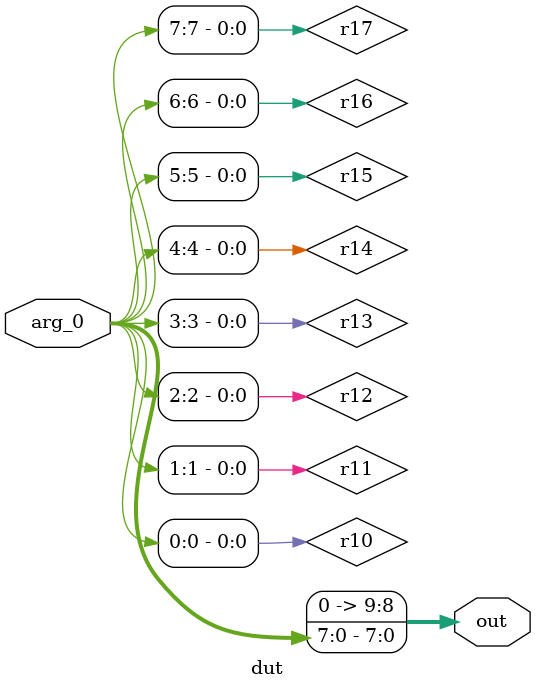
<source format=v>
module testbench();
    wire [9:0] out;
    reg [7:0] arg_0;
    dut t (.out(out),.arg_0(arg_0));
    initial begin
        arg_0 = 8'b00000000;
        #0;
        if (10'b0000000000 !== out) begin
            $display("ASSERTION FAILED 0x%0h !== 0x%0h CASE 0", 10'b0000000000, out);
            $finish;
        end
        arg_0 = 8'b00000001;
        #0;
        if (10'b0000000001 !== out) begin
            $display("ASSERTION FAILED 0x%0h !== 0x%0h CASE 1", 10'b0000000001, out);
            $finish;
        end
        arg_0 = 8'b00000010;
        #0;
        if (10'b0000000010 !== out) begin
            $display("ASSERTION FAILED 0x%0h !== 0x%0h CASE 2", 10'b0000000010, out);
            $finish;
        end
        arg_0 = 8'b00000011;
        #0;
        if (10'b0000000011 !== out) begin
            $display("ASSERTION FAILED 0x%0h !== 0x%0h CASE 3", 10'b0000000011, out);
            $finish;
        end
        arg_0 = 8'b00000100;
        #0;
        if (10'b0000000100 !== out) begin
            $display("ASSERTION FAILED 0x%0h !== 0x%0h CASE 4", 10'b0000000100, out);
            $finish;
        end
        arg_0 = 8'b00000101;
        #0;
        if (10'b0000000101 !== out) begin
            $display("ASSERTION FAILED 0x%0h !== 0x%0h CASE 5", 10'b0000000101, out);
            $finish;
        end
        arg_0 = 8'b00000110;
        #0;
        if (10'b0000000110 !== out) begin
            $display("ASSERTION FAILED 0x%0h !== 0x%0h CASE 6", 10'b0000000110, out);
            $finish;
        end
        arg_0 = 8'b00000111;
        #0;
        if (10'b0000000111 !== out) begin
            $display("ASSERTION FAILED 0x%0h !== 0x%0h CASE 7", 10'b0000000111, out);
            $finish;
        end
        arg_0 = 8'b00001000;
        #0;
        if (10'b0000001000 !== out) begin
            $display("ASSERTION FAILED 0x%0h !== 0x%0h CASE 8", 10'b0000001000, out);
            $finish;
        end
        arg_0 = 8'b00001001;
        #0;
        if (10'b0000001001 !== out) begin
            $display("ASSERTION FAILED 0x%0h !== 0x%0h CASE 9", 10'b0000001001, out);
            $finish;
        end
        arg_0 = 8'b00001010;
        #0;
        if (10'b0000001010 !== out) begin
            $display("ASSERTION FAILED 0x%0h !== 0x%0h CASE 10", 10'b0000001010, out);
            $finish;
        end
        arg_0 = 8'b00001011;
        #0;
        if (10'b0000001011 !== out) begin
            $display("ASSERTION FAILED 0x%0h !== 0x%0h CASE 11", 10'b0000001011, out);
            $finish;
        end
        arg_0 = 8'b00001100;
        #0;
        if (10'b0000001100 !== out) begin
            $display("ASSERTION FAILED 0x%0h !== 0x%0h CASE 12", 10'b0000001100, out);
            $finish;
        end
        arg_0 = 8'b00001101;
        #0;
        if (10'b0000001101 !== out) begin
            $display("ASSERTION FAILED 0x%0h !== 0x%0h CASE 13", 10'b0000001101, out);
            $finish;
        end
        arg_0 = 8'b00001110;
        #0;
        if (10'b0000001110 !== out) begin
            $display("ASSERTION FAILED 0x%0h !== 0x%0h CASE 14", 10'b0000001110, out);
            $finish;
        end
        arg_0 = 8'b00001111;
        #0;
        if (10'b0000001111 !== out) begin
            $display("ASSERTION FAILED 0x%0h !== 0x%0h CASE 15", 10'b0000001111, out);
            $finish;
        end
        arg_0 = 8'b00010000;
        #0;
        if (10'b0000010000 !== out) begin
            $display("ASSERTION FAILED 0x%0h !== 0x%0h CASE 16", 10'b0000010000, out);
            $finish;
        end
        arg_0 = 8'b00010001;
        #0;
        if (10'b0000010001 !== out) begin
            $display("ASSERTION FAILED 0x%0h !== 0x%0h CASE 17", 10'b0000010001, out);
            $finish;
        end
        arg_0 = 8'b00010010;
        #0;
        if (10'b0000010010 !== out) begin
            $display("ASSERTION FAILED 0x%0h !== 0x%0h CASE 18", 10'b0000010010, out);
            $finish;
        end
        arg_0 = 8'b00010011;
        #0;
        if (10'b0000010011 !== out) begin
            $display("ASSERTION FAILED 0x%0h !== 0x%0h CASE 19", 10'b0000010011, out);
            $finish;
        end
        arg_0 = 8'b00010100;
        #0;
        if (10'b0000010100 !== out) begin
            $display("ASSERTION FAILED 0x%0h !== 0x%0h CASE 20", 10'b0000010100, out);
            $finish;
        end
        arg_0 = 8'b00010101;
        #0;
        if (10'b0000010101 !== out) begin
            $display("ASSERTION FAILED 0x%0h !== 0x%0h CASE 21", 10'b0000010101, out);
            $finish;
        end
        arg_0 = 8'b00010110;
        #0;
        if (10'b0000010110 !== out) begin
            $display("ASSERTION FAILED 0x%0h !== 0x%0h CASE 22", 10'b0000010110, out);
            $finish;
        end
        arg_0 = 8'b00010111;
        #0;
        if (10'b0000010111 !== out) begin
            $display("ASSERTION FAILED 0x%0h !== 0x%0h CASE 23", 10'b0000010111, out);
            $finish;
        end
        arg_0 = 8'b00011000;
        #0;
        if (10'b0000011000 !== out) begin
            $display("ASSERTION FAILED 0x%0h !== 0x%0h CASE 24", 10'b0000011000, out);
            $finish;
        end
        arg_0 = 8'b00011001;
        #0;
        if (10'b0000011001 !== out) begin
            $display("ASSERTION FAILED 0x%0h !== 0x%0h CASE 25", 10'b0000011001, out);
            $finish;
        end
        arg_0 = 8'b00011010;
        #0;
        if (10'b0000011010 !== out) begin
            $display("ASSERTION FAILED 0x%0h !== 0x%0h CASE 26", 10'b0000011010, out);
            $finish;
        end
        arg_0 = 8'b00011011;
        #0;
        if (10'b0000011011 !== out) begin
            $display("ASSERTION FAILED 0x%0h !== 0x%0h CASE 27", 10'b0000011011, out);
            $finish;
        end
        arg_0 = 8'b00011100;
        #0;
        if (10'b0000011100 !== out) begin
            $display("ASSERTION FAILED 0x%0h !== 0x%0h CASE 28", 10'b0000011100, out);
            $finish;
        end
        arg_0 = 8'b00011101;
        #0;
        if (10'b0000011101 !== out) begin
            $display("ASSERTION FAILED 0x%0h !== 0x%0h CASE 29", 10'b0000011101, out);
            $finish;
        end
        arg_0 = 8'b00011110;
        #0;
        if (10'b0000011110 !== out) begin
            $display("ASSERTION FAILED 0x%0h !== 0x%0h CASE 30", 10'b0000011110, out);
            $finish;
        end
        arg_0 = 8'b00011111;
        #0;
        if (10'b0000011111 !== out) begin
            $display("ASSERTION FAILED 0x%0h !== 0x%0h CASE 31", 10'b0000011111, out);
            $finish;
        end
        arg_0 = 8'b00100000;
        #0;
        if (10'b0000100000 !== out) begin
            $display("ASSERTION FAILED 0x%0h !== 0x%0h CASE 32", 10'b0000100000, out);
            $finish;
        end
        arg_0 = 8'b00100001;
        #0;
        if (10'b0000100001 !== out) begin
            $display("ASSERTION FAILED 0x%0h !== 0x%0h CASE 33", 10'b0000100001, out);
            $finish;
        end
        arg_0 = 8'b00100010;
        #0;
        if (10'b0000100010 !== out) begin
            $display("ASSERTION FAILED 0x%0h !== 0x%0h CASE 34", 10'b0000100010, out);
            $finish;
        end
        arg_0 = 8'b00100011;
        #0;
        if (10'b0000100011 !== out) begin
            $display("ASSERTION FAILED 0x%0h !== 0x%0h CASE 35", 10'b0000100011, out);
            $finish;
        end
        arg_0 = 8'b00100100;
        #0;
        if (10'b0000100100 !== out) begin
            $display("ASSERTION FAILED 0x%0h !== 0x%0h CASE 36", 10'b0000100100, out);
            $finish;
        end
        arg_0 = 8'b00100101;
        #0;
        if (10'b0000100101 !== out) begin
            $display("ASSERTION FAILED 0x%0h !== 0x%0h CASE 37", 10'b0000100101, out);
            $finish;
        end
        arg_0 = 8'b00100110;
        #0;
        if (10'b0000100110 !== out) begin
            $display("ASSERTION FAILED 0x%0h !== 0x%0h CASE 38", 10'b0000100110, out);
            $finish;
        end
        arg_0 = 8'b00100111;
        #0;
        if (10'b0000100111 !== out) begin
            $display("ASSERTION FAILED 0x%0h !== 0x%0h CASE 39", 10'b0000100111, out);
            $finish;
        end
        arg_0 = 8'b00101000;
        #0;
        if (10'b0000101000 !== out) begin
            $display("ASSERTION FAILED 0x%0h !== 0x%0h CASE 40", 10'b0000101000, out);
            $finish;
        end
        arg_0 = 8'b00101001;
        #0;
        if (10'b0000101001 !== out) begin
            $display("ASSERTION FAILED 0x%0h !== 0x%0h CASE 41", 10'b0000101001, out);
            $finish;
        end
        arg_0 = 8'b00101010;
        #0;
        if (10'b0000101010 !== out) begin
            $display("ASSERTION FAILED 0x%0h !== 0x%0h CASE 42", 10'b0000101010, out);
            $finish;
        end
        arg_0 = 8'b00101011;
        #0;
        if (10'b0000101011 !== out) begin
            $display("ASSERTION FAILED 0x%0h !== 0x%0h CASE 43", 10'b0000101011, out);
            $finish;
        end
        arg_0 = 8'b00101100;
        #0;
        if (10'b0000101100 !== out) begin
            $display("ASSERTION FAILED 0x%0h !== 0x%0h CASE 44", 10'b0000101100, out);
            $finish;
        end
        arg_0 = 8'b00101101;
        #0;
        if (10'b0000101101 !== out) begin
            $display("ASSERTION FAILED 0x%0h !== 0x%0h CASE 45", 10'b0000101101, out);
            $finish;
        end
        arg_0 = 8'b00101110;
        #0;
        if (10'b0000101110 !== out) begin
            $display("ASSERTION FAILED 0x%0h !== 0x%0h CASE 46", 10'b0000101110, out);
            $finish;
        end
        arg_0 = 8'b00101111;
        #0;
        if (10'b0000101111 !== out) begin
            $display("ASSERTION FAILED 0x%0h !== 0x%0h CASE 47", 10'b0000101111, out);
            $finish;
        end
        arg_0 = 8'b00110000;
        #0;
        if (10'b0000110000 !== out) begin
            $display("ASSERTION FAILED 0x%0h !== 0x%0h CASE 48", 10'b0000110000, out);
            $finish;
        end
        arg_0 = 8'b00110001;
        #0;
        if (10'b0000110001 !== out) begin
            $display("ASSERTION FAILED 0x%0h !== 0x%0h CASE 49", 10'b0000110001, out);
            $finish;
        end
        arg_0 = 8'b00110010;
        #0;
        if (10'b0000110010 !== out) begin
            $display("ASSERTION FAILED 0x%0h !== 0x%0h CASE 50", 10'b0000110010, out);
            $finish;
        end
        arg_0 = 8'b00110011;
        #0;
        if (10'b0000110011 !== out) begin
            $display("ASSERTION FAILED 0x%0h !== 0x%0h CASE 51", 10'b0000110011, out);
            $finish;
        end
        arg_0 = 8'b00110100;
        #0;
        if (10'b0000110100 !== out) begin
            $display("ASSERTION FAILED 0x%0h !== 0x%0h CASE 52", 10'b0000110100, out);
            $finish;
        end
        arg_0 = 8'b00110101;
        #0;
        if (10'b0000110101 !== out) begin
            $display("ASSERTION FAILED 0x%0h !== 0x%0h CASE 53", 10'b0000110101, out);
            $finish;
        end
        arg_0 = 8'b00110110;
        #0;
        if (10'b0000110110 !== out) begin
            $display("ASSERTION FAILED 0x%0h !== 0x%0h CASE 54", 10'b0000110110, out);
            $finish;
        end
        arg_0 = 8'b00110111;
        #0;
        if (10'b0000110111 !== out) begin
            $display("ASSERTION FAILED 0x%0h !== 0x%0h CASE 55", 10'b0000110111, out);
            $finish;
        end
        arg_0 = 8'b00111000;
        #0;
        if (10'b0000111000 !== out) begin
            $display("ASSERTION FAILED 0x%0h !== 0x%0h CASE 56", 10'b0000111000, out);
            $finish;
        end
        arg_0 = 8'b00111001;
        #0;
        if (10'b0000111001 !== out) begin
            $display("ASSERTION FAILED 0x%0h !== 0x%0h CASE 57", 10'b0000111001, out);
            $finish;
        end
        arg_0 = 8'b00111010;
        #0;
        if (10'b0000111010 !== out) begin
            $display("ASSERTION FAILED 0x%0h !== 0x%0h CASE 58", 10'b0000111010, out);
            $finish;
        end
        arg_0 = 8'b00111011;
        #0;
        if (10'b0000111011 !== out) begin
            $display("ASSERTION FAILED 0x%0h !== 0x%0h CASE 59", 10'b0000111011, out);
            $finish;
        end
        arg_0 = 8'b00111100;
        #0;
        if (10'b0000111100 !== out) begin
            $display("ASSERTION FAILED 0x%0h !== 0x%0h CASE 60", 10'b0000111100, out);
            $finish;
        end
        arg_0 = 8'b00111101;
        #0;
        if (10'b0000111101 !== out) begin
            $display("ASSERTION FAILED 0x%0h !== 0x%0h CASE 61", 10'b0000111101, out);
            $finish;
        end
        arg_0 = 8'b00111110;
        #0;
        if (10'b0000111110 !== out) begin
            $display("ASSERTION FAILED 0x%0h !== 0x%0h CASE 62", 10'b0000111110, out);
            $finish;
        end
        arg_0 = 8'b00111111;
        #0;
        if (10'b0000111111 !== out) begin
            $display("ASSERTION FAILED 0x%0h !== 0x%0h CASE 63", 10'b0000111111, out);
            $finish;
        end
        arg_0 = 8'b01000000;
        #0;
        if (10'b0001000000 !== out) begin
            $display("ASSERTION FAILED 0x%0h !== 0x%0h CASE 64", 10'b0001000000, out);
            $finish;
        end
        arg_0 = 8'b01000001;
        #0;
        if (10'b0001000001 !== out) begin
            $display("ASSERTION FAILED 0x%0h !== 0x%0h CASE 65", 10'b0001000001, out);
            $finish;
        end
        arg_0 = 8'b01000010;
        #0;
        if (10'b0001000010 !== out) begin
            $display("ASSERTION FAILED 0x%0h !== 0x%0h CASE 66", 10'b0001000010, out);
            $finish;
        end
        arg_0 = 8'b01000011;
        #0;
        if (10'b0001000011 !== out) begin
            $display("ASSERTION FAILED 0x%0h !== 0x%0h CASE 67", 10'b0001000011, out);
            $finish;
        end
        arg_0 = 8'b01000100;
        #0;
        if (10'b0001000100 !== out) begin
            $display("ASSERTION FAILED 0x%0h !== 0x%0h CASE 68", 10'b0001000100, out);
            $finish;
        end
        arg_0 = 8'b01000101;
        #0;
        if (10'b0001000101 !== out) begin
            $display("ASSERTION FAILED 0x%0h !== 0x%0h CASE 69", 10'b0001000101, out);
            $finish;
        end
        arg_0 = 8'b01000110;
        #0;
        if (10'b0001000110 !== out) begin
            $display("ASSERTION FAILED 0x%0h !== 0x%0h CASE 70", 10'b0001000110, out);
            $finish;
        end
        arg_0 = 8'b01000111;
        #0;
        if (10'b0001000111 !== out) begin
            $display("ASSERTION FAILED 0x%0h !== 0x%0h CASE 71", 10'b0001000111, out);
            $finish;
        end
        arg_0 = 8'b01001000;
        #0;
        if (10'b0001001000 !== out) begin
            $display("ASSERTION FAILED 0x%0h !== 0x%0h CASE 72", 10'b0001001000, out);
            $finish;
        end
        arg_0 = 8'b01001001;
        #0;
        if (10'b0001001001 !== out) begin
            $display("ASSERTION FAILED 0x%0h !== 0x%0h CASE 73", 10'b0001001001, out);
            $finish;
        end
        arg_0 = 8'b01001010;
        #0;
        if (10'b0001001010 !== out) begin
            $display("ASSERTION FAILED 0x%0h !== 0x%0h CASE 74", 10'b0001001010, out);
            $finish;
        end
        arg_0 = 8'b01001011;
        #0;
        if (10'b0001001011 !== out) begin
            $display("ASSERTION FAILED 0x%0h !== 0x%0h CASE 75", 10'b0001001011, out);
            $finish;
        end
        arg_0 = 8'b01001100;
        #0;
        if (10'b0001001100 !== out) begin
            $display("ASSERTION FAILED 0x%0h !== 0x%0h CASE 76", 10'b0001001100, out);
            $finish;
        end
        arg_0 = 8'b01001101;
        #0;
        if (10'b0001001101 !== out) begin
            $display("ASSERTION FAILED 0x%0h !== 0x%0h CASE 77", 10'b0001001101, out);
            $finish;
        end
        arg_0 = 8'b01001110;
        #0;
        if (10'b0001001110 !== out) begin
            $display("ASSERTION FAILED 0x%0h !== 0x%0h CASE 78", 10'b0001001110, out);
            $finish;
        end
        arg_0 = 8'b01001111;
        #0;
        if (10'b0001001111 !== out) begin
            $display("ASSERTION FAILED 0x%0h !== 0x%0h CASE 79", 10'b0001001111, out);
            $finish;
        end
        arg_0 = 8'b01010000;
        #0;
        if (10'b0001010000 !== out) begin
            $display("ASSERTION FAILED 0x%0h !== 0x%0h CASE 80", 10'b0001010000, out);
            $finish;
        end
        arg_0 = 8'b01010001;
        #0;
        if (10'b0001010001 !== out) begin
            $display("ASSERTION FAILED 0x%0h !== 0x%0h CASE 81", 10'b0001010001, out);
            $finish;
        end
        arg_0 = 8'b01010010;
        #0;
        if (10'b0001010010 !== out) begin
            $display("ASSERTION FAILED 0x%0h !== 0x%0h CASE 82", 10'b0001010010, out);
            $finish;
        end
        arg_0 = 8'b01010011;
        #0;
        if (10'b0001010011 !== out) begin
            $display("ASSERTION FAILED 0x%0h !== 0x%0h CASE 83", 10'b0001010011, out);
            $finish;
        end
        arg_0 = 8'b01010100;
        #0;
        if (10'b0001010100 !== out) begin
            $display("ASSERTION FAILED 0x%0h !== 0x%0h CASE 84", 10'b0001010100, out);
            $finish;
        end
        arg_0 = 8'b01010101;
        #0;
        if (10'b0001010101 !== out) begin
            $display("ASSERTION FAILED 0x%0h !== 0x%0h CASE 85", 10'b0001010101, out);
            $finish;
        end
        arg_0 = 8'b01010110;
        #0;
        if (10'b0001010110 !== out) begin
            $display("ASSERTION FAILED 0x%0h !== 0x%0h CASE 86", 10'b0001010110, out);
            $finish;
        end
        arg_0 = 8'b01010111;
        #0;
        if (10'b0001010111 !== out) begin
            $display("ASSERTION FAILED 0x%0h !== 0x%0h CASE 87", 10'b0001010111, out);
            $finish;
        end
        arg_0 = 8'b01011000;
        #0;
        if (10'b0001011000 !== out) begin
            $display("ASSERTION FAILED 0x%0h !== 0x%0h CASE 88", 10'b0001011000, out);
            $finish;
        end
        arg_0 = 8'b01011001;
        #0;
        if (10'b0001011001 !== out) begin
            $display("ASSERTION FAILED 0x%0h !== 0x%0h CASE 89", 10'b0001011001, out);
            $finish;
        end
        arg_0 = 8'b01011010;
        #0;
        if (10'b0001011010 !== out) begin
            $display("ASSERTION FAILED 0x%0h !== 0x%0h CASE 90", 10'b0001011010, out);
            $finish;
        end
        arg_0 = 8'b01011011;
        #0;
        if (10'b0001011011 !== out) begin
            $display("ASSERTION FAILED 0x%0h !== 0x%0h CASE 91", 10'b0001011011, out);
            $finish;
        end
        arg_0 = 8'b01011100;
        #0;
        if (10'b0001011100 !== out) begin
            $display("ASSERTION FAILED 0x%0h !== 0x%0h CASE 92", 10'b0001011100, out);
            $finish;
        end
        arg_0 = 8'b01011101;
        #0;
        if (10'b0001011101 !== out) begin
            $display("ASSERTION FAILED 0x%0h !== 0x%0h CASE 93", 10'b0001011101, out);
            $finish;
        end
        arg_0 = 8'b01011110;
        #0;
        if (10'b0001011110 !== out) begin
            $display("ASSERTION FAILED 0x%0h !== 0x%0h CASE 94", 10'b0001011110, out);
            $finish;
        end
        arg_0 = 8'b01011111;
        #0;
        if (10'b0001011111 !== out) begin
            $display("ASSERTION FAILED 0x%0h !== 0x%0h CASE 95", 10'b0001011111, out);
            $finish;
        end
        arg_0 = 8'b01100000;
        #0;
        if (10'b0001100000 !== out) begin
            $display("ASSERTION FAILED 0x%0h !== 0x%0h CASE 96", 10'b0001100000, out);
            $finish;
        end
        arg_0 = 8'b01100001;
        #0;
        if (10'b0001100001 !== out) begin
            $display("ASSERTION FAILED 0x%0h !== 0x%0h CASE 97", 10'b0001100001, out);
            $finish;
        end
        arg_0 = 8'b01100010;
        #0;
        if (10'b0001100010 !== out) begin
            $display("ASSERTION FAILED 0x%0h !== 0x%0h CASE 98", 10'b0001100010, out);
            $finish;
        end
        arg_0 = 8'b01100011;
        #0;
        if (10'b0001100011 !== out) begin
            $display("ASSERTION FAILED 0x%0h !== 0x%0h CASE 99", 10'b0001100011, out);
            $finish;
        end
        arg_0 = 8'b01100100;
        #0;
        if (10'b0001100100 !== out) begin
            $display("ASSERTION FAILED 0x%0h !== 0x%0h CASE 100", 10'b0001100100, out);
            $finish;
        end
        arg_0 = 8'b01100101;
        #0;
        if (10'b0001100101 !== out) begin
            $display("ASSERTION FAILED 0x%0h !== 0x%0h CASE 101", 10'b0001100101, out);
            $finish;
        end
        arg_0 = 8'b01100110;
        #0;
        if (10'b0001100110 !== out) begin
            $display("ASSERTION FAILED 0x%0h !== 0x%0h CASE 102", 10'b0001100110, out);
            $finish;
        end
        arg_0 = 8'b01100111;
        #0;
        if (10'b0001100111 !== out) begin
            $display("ASSERTION FAILED 0x%0h !== 0x%0h CASE 103", 10'b0001100111, out);
            $finish;
        end
        arg_0 = 8'b01101000;
        #0;
        if (10'b0001101000 !== out) begin
            $display("ASSERTION FAILED 0x%0h !== 0x%0h CASE 104", 10'b0001101000, out);
            $finish;
        end
        arg_0 = 8'b01101001;
        #0;
        if (10'b0001101001 !== out) begin
            $display("ASSERTION FAILED 0x%0h !== 0x%0h CASE 105", 10'b0001101001, out);
            $finish;
        end
        arg_0 = 8'b01101010;
        #0;
        if (10'b0001101010 !== out) begin
            $display("ASSERTION FAILED 0x%0h !== 0x%0h CASE 106", 10'b0001101010, out);
            $finish;
        end
        arg_0 = 8'b01101011;
        #0;
        if (10'b0001101011 !== out) begin
            $display("ASSERTION FAILED 0x%0h !== 0x%0h CASE 107", 10'b0001101011, out);
            $finish;
        end
        arg_0 = 8'b01101100;
        #0;
        if (10'b0001101100 !== out) begin
            $display("ASSERTION FAILED 0x%0h !== 0x%0h CASE 108", 10'b0001101100, out);
            $finish;
        end
        arg_0 = 8'b01101101;
        #0;
        if (10'b0001101101 !== out) begin
            $display("ASSERTION FAILED 0x%0h !== 0x%0h CASE 109", 10'b0001101101, out);
            $finish;
        end
        arg_0 = 8'b01101110;
        #0;
        if (10'b0001101110 !== out) begin
            $display("ASSERTION FAILED 0x%0h !== 0x%0h CASE 110", 10'b0001101110, out);
            $finish;
        end
        arg_0 = 8'b01101111;
        #0;
        if (10'b0001101111 !== out) begin
            $display("ASSERTION FAILED 0x%0h !== 0x%0h CASE 111", 10'b0001101111, out);
            $finish;
        end
        arg_0 = 8'b01110000;
        #0;
        if (10'b0001110000 !== out) begin
            $display("ASSERTION FAILED 0x%0h !== 0x%0h CASE 112", 10'b0001110000, out);
            $finish;
        end
        arg_0 = 8'b01110001;
        #0;
        if (10'b0001110001 !== out) begin
            $display("ASSERTION FAILED 0x%0h !== 0x%0h CASE 113", 10'b0001110001, out);
            $finish;
        end
        arg_0 = 8'b01110010;
        #0;
        if (10'b0001110010 !== out) begin
            $display("ASSERTION FAILED 0x%0h !== 0x%0h CASE 114", 10'b0001110010, out);
            $finish;
        end
        arg_0 = 8'b01110011;
        #0;
        if (10'b0001110011 !== out) begin
            $display("ASSERTION FAILED 0x%0h !== 0x%0h CASE 115", 10'b0001110011, out);
            $finish;
        end
        arg_0 = 8'b01110100;
        #0;
        if (10'b0001110100 !== out) begin
            $display("ASSERTION FAILED 0x%0h !== 0x%0h CASE 116", 10'b0001110100, out);
            $finish;
        end
        arg_0 = 8'b01110101;
        #0;
        if (10'b0001110101 !== out) begin
            $display("ASSERTION FAILED 0x%0h !== 0x%0h CASE 117", 10'b0001110101, out);
            $finish;
        end
        arg_0 = 8'b01110110;
        #0;
        if (10'b0001110110 !== out) begin
            $display("ASSERTION FAILED 0x%0h !== 0x%0h CASE 118", 10'b0001110110, out);
            $finish;
        end
        arg_0 = 8'b01110111;
        #0;
        if (10'b0001110111 !== out) begin
            $display("ASSERTION FAILED 0x%0h !== 0x%0h CASE 119", 10'b0001110111, out);
            $finish;
        end
        arg_0 = 8'b01111000;
        #0;
        if (10'b0001111000 !== out) begin
            $display("ASSERTION FAILED 0x%0h !== 0x%0h CASE 120", 10'b0001111000, out);
            $finish;
        end
        arg_0 = 8'b01111001;
        #0;
        if (10'b0001111001 !== out) begin
            $display("ASSERTION FAILED 0x%0h !== 0x%0h CASE 121", 10'b0001111001, out);
            $finish;
        end
        arg_0 = 8'b01111010;
        #0;
        if (10'b0001111010 !== out) begin
            $display("ASSERTION FAILED 0x%0h !== 0x%0h CASE 122", 10'b0001111010, out);
            $finish;
        end
        arg_0 = 8'b01111011;
        #0;
        if (10'b0001111011 !== out) begin
            $display("ASSERTION FAILED 0x%0h !== 0x%0h CASE 123", 10'b0001111011, out);
            $finish;
        end
        arg_0 = 8'b01111100;
        #0;
        if (10'b0001111100 !== out) begin
            $display("ASSERTION FAILED 0x%0h !== 0x%0h CASE 124", 10'b0001111100, out);
            $finish;
        end
        arg_0 = 8'b01111101;
        #0;
        if (10'b0001111101 !== out) begin
            $display("ASSERTION FAILED 0x%0h !== 0x%0h CASE 125", 10'b0001111101, out);
            $finish;
        end
        arg_0 = 8'b01111110;
        #0;
        if (10'b0001111110 !== out) begin
            $display("ASSERTION FAILED 0x%0h !== 0x%0h CASE 126", 10'b0001111110, out);
            $finish;
        end
        arg_0 = 8'b01111111;
        #0;
        if (10'b0001111111 !== out) begin
            $display("ASSERTION FAILED 0x%0h !== 0x%0h CASE 127", 10'b0001111111, out);
            $finish;
        end
        arg_0 = 8'b10000000;
        #0;
        if (10'b0010000000 !== out) begin
            $display("ASSERTION FAILED 0x%0h !== 0x%0h CASE 128", 10'b0010000000, out);
            $finish;
        end
        arg_0 = 8'b10000001;
        #0;
        if (10'b0010000001 !== out) begin
            $display("ASSERTION FAILED 0x%0h !== 0x%0h CASE 129", 10'b0010000001, out);
            $finish;
        end
        arg_0 = 8'b10000010;
        #0;
        if (10'b0010000010 !== out) begin
            $display("ASSERTION FAILED 0x%0h !== 0x%0h CASE 130", 10'b0010000010, out);
            $finish;
        end
        arg_0 = 8'b10000011;
        #0;
        if (10'b0010000011 !== out) begin
            $display("ASSERTION FAILED 0x%0h !== 0x%0h CASE 131", 10'b0010000011, out);
            $finish;
        end
        arg_0 = 8'b10000100;
        #0;
        if (10'b0010000100 !== out) begin
            $display("ASSERTION FAILED 0x%0h !== 0x%0h CASE 132", 10'b0010000100, out);
            $finish;
        end
        arg_0 = 8'b10000101;
        #0;
        if (10'b0010000101 !== out) begin
            $display("ASSERTION FAILED 0x%0h !== 0x%0h CASE 133", 10'b0010000101, out);
            $finish;
        end
        arg_0 = 8'b10000110;
        #0;
        if (10'b0010000110 !== out) begin
            $display("ASSERTION FAILED 0x%0h !== 0x%0h CASE 134", 10'b0010000110, out);
            $finish;
        end
        arg_0 = 8'b10000111;
        #0;
        if (10'b0010000111 !== out) begin
            $display("ASSERTION FAILED 0x%0h !== 0x%0h CASE 135", 10'b0010000111, out);
            $finish;
        end
        arg_0 = 8'b10001000;
        #0;
        if (10'b0010001000 !== out) begin
            $display("ASSERTION FAILED 0x%0h !== 0x%0h CASE 136", 10'b0010001000, out);
            $finish;
        end
        arg_0 = 8'b10001001;
        #0;
        if (10'b0010001001 !== out) begin
            $display("ASSERTION FAILED 0x%0h !== 0x%0h CASE 137", 10'b0010001001, out);
            $finish;
        end
        arg_0 = 8'b10001010;
        #0;
        if (10'b0010001010 !== out) begin
            $display("ASSERTION FAILED 0x%0h !== 0x%0h CASE 138", 10'b0010001010, out);
            $finish;
        end
        arg_0 = 8'b10001011;
        #0;
        if (10'b0010001011 !== out) begin
            $display("ASSERTION FAILED 0x%0h !== 0x%0h CASE 139", 10'b0010001011, out);
            $finish;
        end
        arg_0 = 8'b10001100;
        #0;
        if (10'b0010001100 !== out) begin
            $display("ASSERTION FAILED 0x%0h !== 0x%0h CASE 140", 10'b0010001100, out);
            $finish;
        end
        arg_0 = 8'b10001101;
        #0;
        if (10'b0010001101 !== out) begin
            $display("ASSERTION FAILED 0x%0h !== 0x%0h CASE 141", 10'b0010001101, out);
            $finish;
        end
        arg_0 = 8'b10001110;
        #0;
        if (10'b0010001110 !== out) begin
            $display("ASSERTION FAILED 0x%0h !== 0x%0h CASE 142", 10'b0010001110, out);
            $finish;
        end
        arg_0 = 8'b10001111;
        #0;
        if (10'b0010001111 !== out) begin
            $display("ASSERTION FAILED 0x%0h !== 0x%0h CASE 143", 10'b0010001111, out);
            $finish;
        end
        arg_0 = 8'b10010000;
        #0;
        if (10'b0010010000 !== out) begin
            $display("ASSERTION FAILED 0x%0h !== 0x%0h CASE 144", 10'b0010010000, out);
            $finish;
        end
        arg_0 = 8'b10010001;
        #0;
        if (10'b0010010001 !== out) begin
            $display("ASSERTION FAILED 0x%0h !== 0x%0h CASE 145", 10'b0010010001, out);
            $finish;
        end
        arg_0 = 8'b10010010;
        #0;
        if (10'b0010010010 !== out) begin
            $display("ASSERTION FAILED 0x%0h !== 0x%0h CASE 146", 10'b0010010010, out);
            $finish;
        end
        arg_0 = 8'b10010011;
        #0;
        if (10'b0010010011 !== out) begin
            $display("ASSERTION FAILED 0x%0h !== 0x%0h CASE 147", 10'b0010010011, out);
            $finish;
        end
        arg_0 = 8'b10010100;
        #0;
        if (10'b0010010100 !== out) begin
            $display("ASSERTION FAILED 0x%0h !== 0x%0h CASE 148", 10'b0010010100, out);
            $finish;
        end
        arg_0 = 8'b10010101;
        #0;
        if (10'b0010010101 !== out) begin
            $display("ASSERTION FAILED 0x%0h !== 0x%0h CASE 149", 10'b0010010101, out);
            $finish;
        end
        arg_0 = 8'b10010110;
        #0;
        if (10'b0010010110 !== out) begin
            $display("ASSERTION FAILED 0x%0h !== 0x%0h CASE 150", 10'b0010010110, out);
            $finish;
        end
        arg_0 = 8'b10010111;
        #0;
        if (10'b0010010111 !== out) begin
            $display("ASSERTION FAILED 0x%0h !== 0x%0h CASE 151", 10'b0010010111, out);
            $finish;
        end
        arg_0 = 8'b10011000;
        #0;
        if (10'b0010011000 !== out) begin
            $display("ASSERTION FAILED 0x%0h !== 0x%0h CASE 152", 10'b0010011000, out);
            $finish;
        end
        arg_0 = 8'b10011001;
        #0;
        if (10'b0010011001 !== out) begin
            $display("ASSERTION FAILED 0x%0h !== 0x%0h CASE 153", 10'b0010011001, out);
            $finish;
        end
        arg_0 = 8'b10011010;
        #0;
        if (10'b0010011010 !== out) begin
            $display("ASSERTION FAILED 0x%0h !== 0x%0h CASE 154", 10'b0010011010, out);
            $finish;
        end
        arg_0 = 8'b10011011;
        #0;
        if (10'b0010011011 !== out) begin
            $display("ASSERTION FAILED 0x%0h !== 0x%0h CASE 155", 10'b0010011011, out);
            $finish;
        end
        arg_0 = 8'b10011100;
        #0;
        if (10'b0010011100 !== out) begin
            $display("ASSERTION FAILED 0x%0h !== 0x%0h CASE 156", 10'b0010011100, out);
            $finish;
        end
        arg_0 = 8'b10011101;
        #0;
        if (10'b0010011101 !== out) begin
            $display("ASSERTION FAILED 0x%0h !== 0x%0h CASE 157", 10'b0010011101, out);
            $finish;
        end
        arg_0 = 8'b10011110;
        #0;
        if (10'b0010011110 !== out) begin
            $display("ASSERTION FAILED 0x%0h !== 0x%0h CASE 158", 10'b0010011110, out);
            $finish;
        end
        arg_0 = 8'b10011111;
        #0;
        if (10'b0010011111 !== out) begin
            $display("ASSERTION FAILED 0x%0h !== 0x%0h CASE 159", 10'b0010011111, out);
            $finish;
        end
        arg_0 = 8'b10100000;
        #0;
        if (10'b0010100000 !== out) begin
            $display("ASSERTION FAILED 0x%0h !== 0x%0h CASE 160", 10'b0010100000, out);
            $finish;
        end
        arg_0 = 8'b10100001;
        #0;
        if (10'b0010100001 !== out) begin
            $display("ASSERTION FAILED 0x%0h !== 0x%0h CASE 161", 10'b0010100001, out);
            $finish;
        end
        arg_0 = 8'b10100010;
        #0;
        if (10'b0010100010 !== out) begin
            $display("ASSERTION FAILED 0x%0h !== 0x%0h CASE 162", 10'b0010100010, out);
            $finish;
        end
        arg_0 = 8'b10100011;
        #0;
        if (10'b0010100011 !== out) begin
            $display("ASSERTION FAILED 0x%0h !== 0x%0h CASE 163", 10'b0010100011, out);
            $finish;
        end
        arg_0 = 8'b10100100;
        #0;
        if (10'b0010100100 !== out) begin
            $display("ASSERTION FAILED 0x%0h !== 0x%0h CASE 164", 10'b0010100100, out);
            $finish;
        end
        arg_0 = 8'b10100101;
        #0;
        if (10'b0010100101 !== out) begin
            $display("ASSERTION FAILED 0x%0h !== 0x%0h CASE 165", 10'b0010100101, out);
            $finish;
        end
        arg_0 = 8'b10100110;
        #0;
        if (10'b0010100110 !== out) begin
            $display("ASSERTION FAILED 0x%0h !== 0x%0h CASE 166", 10'b0010100110, out);
            $finish;
        end
        arg_0 = 8'b10100111;
        #0;
        if (10'b0010100111 !== out) begin
            $display("ASSERTION FAILED 0x%0h !== 0x%0h CASE 167", 10'b0010100111, out);
            $finish;
        end
        arg_0 = 8'b10101000;
        #0;
        if (10'b0010101000 !== out) begin
            $display("ASSERTION FAILED 0x%0h !== 0x%0h CASE 168", 10'b0010101000, out);
            $finish;
        end
        arg_0 = 8'b10101001;
        #0;
        if (10'b0010101001 !== out) begin
            $display("ASSERTION FAILED 0x%0h !== 0x%0h CASE 169", 10'b0010101001, out);
            $finish;
        end
        arg_0 = 8'b10101010;
        #0;
        if (10'b0010101010 !== out) begin
            $display("ASSERTION FAILED 0x%0h !== 0x%0h CASE 170", 10'b0010101010, out);
            $finish;
        end
        arg_0 = 8'b10101011;
        #0;
        if (10'b0010101011 !== out) begin
            $display("ASSERTION FAILED 0x%0h !== 0x%0h CASE 171", 10'b0010101011, out);
            $finish;
        end
        arg_0 = 8'b10101100;
        #0;
        if (10'b0010101100 !== out) begin
            $display("ASSERTION FAILED 0x%0h !== 0x%0h CASE 172", 10'b0010101100, out);
            $finish;
        end
        arg_0 = 8'b10101101;
        #0;
        if (10'b0010101101 !== out) begin
            $display("ASSERTION FAILED 0x%0h !== 0x%0h CASE 173", 10'b0010101101, out);
            $finish;
        end
        arg_0 = 8'b10101110;
        #0;
        if (10'b0010101110 !== out) begin
            $display("ASSERTION FAILED 0x%0h !== 0x%0h CASE 174", 10'b0010101110, out);
            $finish;
        end
        arg_0 = 8'b10101111;
        #0;
        if (10'b0010101111 !== out) begin
            $display("ASSERTION FAILED 0x%0h !== 0x%0h CASE 175", 10'b0010101111, out);
            $finish;
        end
        arg_0 = 8'b10110000;
        #0;
        if (10'b0010110000 !== out) begin
            $display("ASSERTION FAILED 0x%0h !== 0x%0h CASE 176", 10'b0010110000, out);
            $finish;
        end
        arg_0 = 8'b10110001;
        #0;
        if (10'b0010110001 !== out) begin
            $display("ASSERTION FAILED 0x%0h !== 0x%0h CASE 177", 10'b0010110001, out);
            $finish;
        end
        arg_0 = 8'b10110010;
        #0;
        if (10'b0010110010 !== out) begin
            $display("ASSERTION FAILED 0x%0h !== 0x%0h CASE 178", 10'b0010110010, out);
            $finish;
        end
        arg_0 = 8'b10110011;
        #0;
        if (10'b0010110011 !== out) begin
            $display("ASSERTION FAILED 0x%0h !== 0x%0h CASE 179", 10'b0010110011, out);
            $finish;
        end
        arg_0 = 8'b10110100;
        #0;
        if (10'b0010110100 !== out) begin
            $display("ASSERTION FAILED 0x%0h !== 0x%0h CASE 180", 10'b0010110100, out);
            $finish;
        end
        arg_0 = 8'b10110101;
        #0;
        if (10'b0010110101 !== out) begin
            $display("ASSERTION FAILED 0x%0h !== 0x%0h CASE 181", 10'b0010110101, out);
            $finish;
        end
        arg_0 = 8'b10110110;
        #0;
        if (10'b0010110110 !== out) begin
            $display("ASSERTION FAILED 0x%0h !== 0x%0h CASE 182", 10'b0010110110, out);
            $finish;
        end
        arg_0 = 8'b10110111;
        #0;
        if (10'b0010110111 !== out) begin
            $display("ASSERTION FAILED 0x%0h !== 0x%0h CASE 183", 10'b0010110111, out);
            $finish;
        end
        arg_0 = 8'b10111000;
        #0;
        if (10'b0010111000 !== out) begin
            $display("ASSERTION FAILED 0x%0h !== 0x%0h CASE 184", 10'b0010111000, out);
            $finish;
        end
        arg_0 = 8'b10111001;
        #0;
        if (10'b0010111001 !== out) begin
            $display("ASSERTION FAILED 0x%0h !== 0x%0h CASE 185", 10'b0010111001, out);
            $finish;
        end
        arg_0 = 8'b10111010;
        #0;
        if (10'b0010111010 !== out) begin
            $display("ASSERTION FAILED 0x%0h !== 0x%0h CASE 186", 10'b0010111010, out);
            $finish;
        end
        arg_0 = 8'b10111011;
        #0;
        if (10'b0010111011 !== out) begin
            $display("ASSERTION FAILED 0x%0h !== 0x%0h CASE 187", 10'b0010111011, out);
            $finish;
        end
        arg_0 = 8'b10111100;
        #0;
        if (10'b0010111100 !== out) begin
            $display("ASSERTION FAILED 0x%0h !== 0x%0h CASE 188", 10'b0010111100, out);
            $finish;
        end
        arg_0 = 8'b10111101;
        #0;
        if (10'b0010111101 !== out) begin
            $display("ASSERTION FAILED 0x%0h !== 0x%0h CASE 189", 10'b0010111101, out);
            $finish;
        end
        arg_0 = 8'b10111110;
        #0;
        if (10'b0010111110 !== out) begin
            $display("ASSERTION FAILED 0x%0h !== 0x%0h CASE 190", 10'b0010111110, out);
            $finish;
        end
        arg_0 = 8'b10111111;
        #0;
        if (10'b0010111111 !== out) begin
            $display("ASSERTION FAILED 0x%0h !== 0x%0h CASE 191", 10'b0010111111, out);
            $finish;
        end
        arg_0 = 8'b11000000;
        #0;
        if (10'b0011000000 !== out) begin
            $display("ASSERTION FAILED 0x%0h !== 0x%0h CASE 192", 10'b0011000000, out);
            $finish;
        end
        arg_0 = 8'b11000001;
        #0;
        if (10'b0011000001 !== out) begin
            $display("ASSERTION FAILED 0x%0h !== 0x%0h CASE 193", 10'b0011000001, out);
            $finish;
        end
        arg_0 = 8'b11000010;
        #0;
        if (10'b0011000010 !== out) begin
            $display("ASSERTION FAILED 0x%0h !== 0x%0h CASE 194", 10'b0011000010, out);
            $finish;
        end
        arg_0 = 8'b11000011;
        #0;
        if (10'b0011000011 !== out) begin
            $display("ASSERTION FAILED 0x%0h !== 0x%0h CASE 195", 10'b0011000011, out);
            $finish;
        end
        arg_0 = 8'b11000100;
        #0;
        if (10'b0011000100 !== out) begin
            $display("ASSERTION FAILED 0x%0h !== 0x%0h CASE 196", 10'b0011000100, out);
            $finish;
        end
        arg_0 = 8'b11000101;
        #0;
        if (10'b0011000101 !== out) begin
            $display("ASSERTION FAILED 0x%0h !== 0x%0h CASE 197", 10'b0011000101, out);
            $finish;
        end
        arg_0 = 8'b11000110;
        #0;
        if (10'b0011000110 !== out) begin
            $display("ASSERTION FAILED 0x%0h !== 0x%0h CASE 198", 10'b0011000110, out);
            $finish;
        end
        arg_0 = 8'b11000111;
        #0;
        if (10'b0011000111 !== out) begin
            $display("ASSERTION FAILED 0x%0h !== 0x%0h CASE 199", 10'b0011000111, out);
            $finish;
        end
        arg_0 = 8'b11001000;
        #0;
        if (10'b0011001000 !== out) begin
            $display("ASSERTION FAILED 0x%0h !== 0x%0h CASE 200", 10'b0011001000, out);
            $finish;
        end
        arg_0 = 8'b11001001;
        #0;
        if (10'b0011001001 !== out) begin
            $display("ASSERTION FAILED 0x%0h !== 0x%0h CASE 201", 10'b0011001001, out);
            $finish;
        end
        arg_0 = 8'b11001010;
        #0;
        if (10'b0011001010 !== out) begin
            $display("ASSERTION FAILED 0x%0h !== 0x%0h CASE 202", 10'b0011001010, out);
            $finish;
        end
        arg_0 = 8'b11001011;
        #0;
        if (10'b0011001011 !== out) begin
            $display("ASSERTION FAILED 0x%0h !== 0x%0h CASE 203", 10'b0011001011, out);
            $finish;
        end
        arg_0 = 8'b11001100;
        #0;
        if (10'b0011001100 !== out) begin
            $display("ASSERTION FAILED 0x%0h !== 0x%0h CASE 204", 10'b0011001100, out);
            $finish;
        end
        arg_0 = 8'b11001101;
        #0;
        if (10'b0011001101 !== out) begin
            $display("ASSERTION FAILED 0x%0h !== 0x%0h CASE 205", 10'b0011001101, out);
            $finish;
        end
        arg_0 = 8'b11001110;
        #0;
        if (10'b0011001110 !== out) begin
            $display("ASSERTION FAILED 0x%0h !== 0x%0h CASE 206", 10'b0011001110, out);
            $finish;
        end
        arg_0 = 8'b11001111;
        #0;
        if (10'b0011001111 !== out) begin
            $display("ASSERTION FAILED 0x%0h !== 0x%0h CASE 207", 10'b0011001111, out);
            $finish;
        end
        arg_0 = 8'b11010000;
        #0;
        if (10'b0011010000 !== out) begin
            $display("ASSERTION FAILED 0x%0h !== 0x%0h CASE 208", 10'b0011010000, out);
            $finish;
        end
        arg_0 = 8'b11010001;
        #0;
        if (10'b0011010001 !== out) begin
            $display("ASSERTION FAILED 0x%0h !== 0x%0h CASE 209", 10'b0011010001, out);
            $finish;
        end
        arg_0 = 8'b11010010;
        #0;
        if (10'b0011010010 !== out) begin
            $display("ASSERTION FAILED 0x%0h !== 0x%0h CASE 210", 10'b0011010010, out);
            $finish;
        end
        arg_0 = 8'b11010011;
        #0;
        if (10'b0011010011 !== out) begin
            $display("ASSERTION FAILED 0x%0h !== 0x%0h CASE 211", 10'b0011010011, out);
            $finish;
        end
        arg_0 = 8'b11010100;
        #0;
        if (10'b0011010100 !== out) begin
            $display("ASSERTION FAILED 0x%0h !== 0x%0h CASE 212", 10'b0011010100, out);
            $finish;
        end
        arg_0 = 8'b11010101;
        #0;
        if (10'b0011010101 !== out) begin
            $display("ASSERTION FAILED 0x%0h !== 0x%0h CASE 213", 10'b0011010101, out);
            $finish;
        end
        arg_0 = 8'b11010110;
        #0;
        if (10'b0011010110 !== out) begin
            $display("ASSERTION FAILED 0x%0h !== 0x%0h CASE 214", 10'b0011010110, out);
            $finish;
        end
        arg_0 = 8'b11010111;
        #0;
        if (10'b0011010111 !== out) begin
            $display("ASSERTION FAILED 0x%0h !== 0x%0h CASE 215", 10'b0011010111, out);
            $finish;
        end
        arg_0 = 8'b11011000;
        #0;
        if (10'b0011011000 !== out) begin
            $display("ASSERTION FAILED 0x%0h !== 0x%0h CASE 216", 10'b0011011000, out);
            $finish;
        end
        arg_0 = 8'b11011001;
        #0;
        if (10'b0011011001 !== out) begin
            $display("ASSERTION FAILED 0x%0h !== 0x%0h CASE 217", 10'b0011011001, out);
            $finish;
        end
        arg_0 = 8'b11011010;
        #0;
        if (10'b0011011010 !== out) begin
            $display("ASSERTION FAILED 0x%0h !== 0x%0h CASE 218", 10'b0011011010, out);
            $finish;
        end
        arg_0 = 8'b11011011;
        #0;
        if (10'b0011011011 !== out) begin
            $display("ASSERTION FAILED 0x%0h !== 0x%0h CASE 219", 10'b0011011011, out);
            $finish;
        end
        arg_0 = 8'b11011100;
        #0;
        if (10'b0011011100 !== out) begin
            $display("ASSERTION FAILED 0x%0h !== 0x%0h CASE 220", 10'b0011011100, out);
            $finish;
        end
        arg_0 = 8'b11011101;
        #0;
        if (10'b0011011101 !== out) begin
            $display("ASSERTION FAILED 0x%0h !== 0x%0h CASE 221", 10'b0011011101, out);
            $finish;
        end
        arg_0 = 8'b11011110;
        #0;
        if (10'b0011011110 !== out) begin
            $display("ASSERTION FAILED 0x%0h !== 0x%0h CASE 222", 10'b0011011110, out);
            $finish;
        end
        arg_0 = 8'b11011111;
        #0;
        if (10'b0011011111 !== out) begin
            $display("ASSERTION FAILED 0x%0h !== 0x%0h CASE 223", 10'b0011011111, out);
            $finish;
        end
        arg_0 = 8'b11100000;
        #0;
        if (10'b0011100000 !== out) begin
            $display("ASSERTION FAILED 0x%0h !== 0x%0h CASE 224", 10'b0011100000, out);
            $finish;
        end
        arg_0 = 8'b11100001;
        #0;
        if (10'b0011100001 !== out) begin
            $display("ASSERTION FAILED 0x%0h !== 0x%0h CASE 225", 10'b0011100001, out);
            $finish;
        end
        arg_0 = 8'b11100010;
        #0;
        if (10'b0011100010 !== out) begin
            $display("ASSERTION FAILED 0x%0h !== 0x%0h CASE 226", 10'b0011100010, out);
            $finish;
        end
        arg_0 = 8'b11100011;
        #0;
        if (10'b0011100011 !== out) begin
            $display("ASSERTION FAILED 0x%0h !== 0x%0h CASE 227", 10'b0011100011, out);
            $finish;
        end
        arg_0 = 8'b11100100;
        #0;
        if (10'b0011100100 !== out) begin
            $display("ASSERTION FAILED 0x%0h !== 0x%0h CASE 228", 10'b0011100100, out);
            $finish;
        end
        arg_0 = 8'b11100101;
        #0;
        if (10'b0011100101 !== out) begin
            $display("ASSERTION FAILED 0x%0h !== 0x%0h CASE 229", 10'b0011100101, out);
            $finish;
        end
        arg_0 = 8'b11100110;
        #0;
        if (10'b0011100110 !== out) begin
            $display("ASSERTION FAILED 0x%0h !== 0x%0h CASE 230", 10'b0011100110, out);
            $finish;
        end
        arg_0 = 8'b11100111;
        #0;
        if (10'b0011100111 !== out) begin
            $display("ASSERTION FAILED 0x%0h !== 0x%0h CASE 231", 10'b0011100111, out);
            $finish;
        end
        arg_0 = 8'b11101000;
        #0;
        if (10'b0011101000 !== out) begin
            $display("ASSERTION FAILED 0x%0h !== 0x%0h CASE 232", 10'b0011101000, out);
            $finish;
        end
        arg_0 = 8'b11101001;
        #0;
        if (10'b0011101001 !== out) begin
            $display("ASSERTION FAILED 0x%0h !== 0x%0h CASE 233", 10'b0011101001, out);
            $finish;
        end
        arg_0 = 8'b11101010;
        #0;
        if (10'b0011101010 !== out) begin
            $display("ASSERTION FAILED 0x%0h !== 0x%0h CASE 234", 10'b0011101010, out);
            $finish;
        end
        arg_0 = 8'b11101011;
        #0;
        if (10'b0011101011 !== out) begin
            $display("ASSERTION FAILED 0x%0h !== 0x%0h CASE 235", 10'b0011101011, out);
            $finish;
        end
        arg_0 = 8'b11101100;
        #0;
        if (10'b0011101100 !== out) begin
            $display("ASSERTION FAILED 0x%0h !== 0x%0h CASE 236", 10'b0011101100, out);
            $finish;
        end
        arg_0 = 8'b11101101;
        #0;
        if (10'b0011101101 !== out) begin
            $display("ASSERTION FAILED 0x%0h !== 0x%0h CASE 237", 10'b0011101101, out);
            $finish;
        end
        arg_0 = 8'b11101110;
        #0;
        if (10'b0011101110 !== out) begin
            $display("ASSERTION FAILED 0x%0h !== 0x%0h CASE 238", 10'b0011101110, out);
            $finish;
        end
        arg_0 = 8'b11101111;
        #0;
        if (10'b0011101111 !== out) begin
            $display("ASSERTION FAILED 0x%0h !== 0x%0h CASE 239", 10'b0011101111, out);
            $finish;
        end
        arg_0 = 8'b11110000;
        #0;
        if (10'b0011110000 !== out) begin
            $display("ASSERTION FAILED 0x%0h !== 0x%0h CASE 240", 10'b0011110000, out);
            $finish;
        end
        arg_0 = 8'b11110001;
        #0;
        if (10'b0011110001 !== out) begin
            $display("ASSERTION FAILED 0x%0h !== 0x%0h CASE 241", 10'b0011110001, out);
            $finish;
        end
        arg_0 = 8'b11110010;
        #0;
        if (10'b0011110010 !== out) begin
            $display("ASSERTION FAILED 0x%0h !== 0x%0h CASE 242", 10'b0011110010, out);
            $finish;
        end
        arg_0 = 8'b11110011;
        #0;
        if (10'b0011110011 !== out) begin
            $display("ASSERTION FAILED 0x%0h !== 0x%0h CASE 243", 10'b0011110011, out);
            $finish;
        end
        arg_0 = 8'b11110100;
        #0;
        if (10'b0011110100 !== out) begin
            $display("ASSERTION FAILED 0x%0h !== 0x%0h CASE 244", 10'b0011110100, out);
            $finish;
        end
        arg_0 = 8'b11110101;
        #0;
        if (10'b0011110101 !== out) begin
            $display("ASSERTION FAILED 0x%0h !== 0x%0h CASE 245", 10'b0011110101, out);
            $finish;
        end
        arg_0 = 8'b11110110;
        #0;
        if (10'b0011110110 !== out) begin
            $display("ASSERTION FAILED 0x%0h !== 0x%0h CASE 246", 10'b0011110110, out);
            $finish;
        end
        arg_0 = 8'b11110111;
        #0;
        if (10'b0011110111 !== out) begin
            $display("ASSERTION FAILED 0x%0h !== 0x%0h CASE 247", 10'b0011110111, out);
            $finish;
        end
        arg_0 = 8'b11111000;
        #0;
        if (10'b0011111000 !== out) begin
            $display("ASSERTION FAILED 0x%0h !== 0x%0h CASE 248", 10'b0011111000, out);
            $finish;
        end
        arg_0 = 8'b11111001;
        #0;
        if (10'b0011111001 !== out) begin
            $display("ASSERTION FAILED 0x%0h !== 0x%0h CASE 249", 10'b0011111001, out);
            $finish;
        end
        arg_0 = 8'b11111010;
        #0;
        if (10'b0011111010 !== out) begin
            $display("ASSERTION FAILED 0x%0h !== 0x%0h CASE 250", 10'b0011111010, out);
            $finish;
        end
        arg_0 = 8'b11111011;
        #0;
        if (10'b0011111011 !== out) begin
            $display("ASSERTION FAILED 0x%0h !== 0x%0h CASE 251", 10'b0011111011, out);
            $finish;
        end
        arg_0 = 8'b11111100;
        #0;
        if (10'b0011111100 !== out) begin
            $display("ASSERTION FAILED 0x%0h !== 0x%0h CASE 252", 10'b0011111100, out);
            $finish;
        end
        arg_0 = 8'b11111101;
        #0;
        if (10'b0011111101 !== out) begin
            $display("ASSERTION FAILED 0x%0h !== 0x%0h CASE 253", 10'b0011111101, out);
            $finish;
        end
        arg_0 = 8'b11111110;
        #0;
        if (10'b0011111110 !== out) begin
            $display("ASSERTION FAILED 0x%0h !== 0x%0h CASE 254", 10'b0011111110, out);
            $finish;
        end
        arg_0 = 8'b11111111;
        #0;
        if (10'b0011111111 !== out) begin
            $display("ASSERTION FAILED 0x%0h !== 0x%0h CASE 255", 10'b0011111111, out);
            $finish;
        end
        $display("TESTBENCH OK", );
        $finish;
    end
endmodule
//
module dut(input wire [7:0] arg_0, output reg [9:0] out);
    reg [0:0] r10;
    reg [0:0] r11;
    reg [0:0] r12;
    reg [0:0] r13;
    reg [0:0] r14;
    reg [0:0] r15;
    reg [0:0] r16;
    reg [0:0] r17;
    always @(*) begin
        r10 = arg_0[0];
        r11 = arg_0[1];
        r12 = arg_0[2];
        r13 = arg_0[3];
        r14 = arg_0[4];
        r15 = arg_0[5];
        r16 = arg_0[6];
        r17 = arg_0[7];
        // let a = a.val();
        //
        // let b = a.xext();
        //
        // signal(b)
        //
        out = { 1'b0, 1'b0, r17, r16, r15, r14, r13, r12, r11, r10 };
    end
endmodule

</source>
